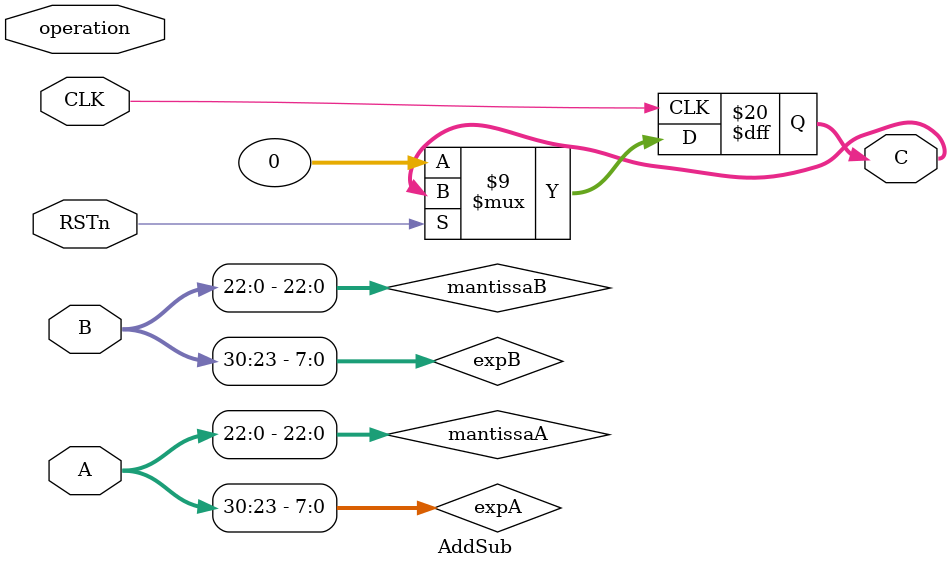
<source format=sv>
`timescale 1ns / 1ps


module AddSub(
    input [31:0] A,
    input [31:0] B,
    input operation,
    input CLK,
    input RSTn,
    output reg [31:0] C
    );
    
    wire [7:0] expA = A[30:23];
    wire [7:0] expB = B[30:23];
    wire [22:0] mantissaA = A[22:0];
    wire [22:0] mantissaB = B[22:0];
    reg [7:0] difference;
    
    // Extract info about exponents
    always @ * begin
        if (expA > expA)
        begin
            difference = expA - expB;
        end
        else if (expB > expA)
        begin
            difference = expB - expA;
        end
        else difference = 8'b0;
    end
    
    // Add or Sub logic
    always @(posedge CLK)
    begin
        if (!RSTn)
        begin
            C = 32'b0;
        end
        
    end
    
endmodule

</source>
